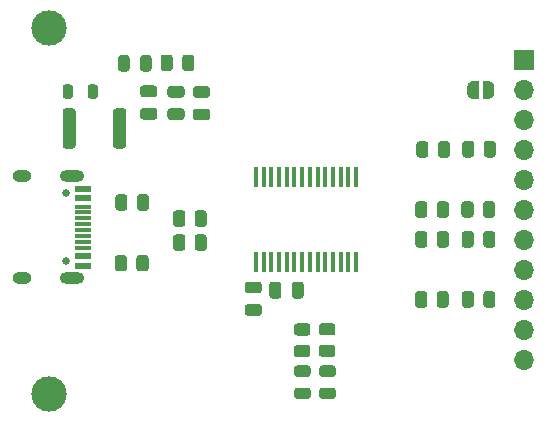
<source format=gbr>
%TF.GenerationSoftware,KiCad,Pcbnew,(5.1.10)-1*%
%TF.CreationDate,2021-09-17T22:01:12+03:00*%
%TF.ProjectId,G800Interface,47383030-496e-4746-9572-666163652e6b,rev?*%
%TF.SameCoordinates,Original*%
%TF.FileFunction,Soldermask,Top*%
%TF.FilePolarity,Negative*%
%FSLAX46Y46*%
G04 Gerber Fmt 4.6, Leading zero omitted, Abs format (unit mm)*
G04 Created by KiCad (PCBNEW (5.1.10)-1) date 2021-09-17 22:01:12*
%MOMM*%
%LPD*%
G01*
G04 APERTURE LIST*
%ADD10R,0.450000X1.750000*%
%ADD11C,0.100000*%
%ADD12R,1.450000X0.600000*%
%ADD13R,1.450000X0.300000*%
%ADD14O,2.100000X1.000000*%
%ADD15C,0.650000*%
%ADD16O,1.600000X1.000000*%
%ADD17O,1.700000X1.700000*%
%ADD18R,1.700000X1.700000*%
%ADD19C,3.000000*%
G04 APERTURE END LIST*
%TO.C,C5*%
G36*
G01*
X104630000Y-91745000D02*
X104630000Y-92695000D01*
G75*
G02*
X104380000Y-92945000I-250000J0D01*
G01*
X103880000Y-92945000D01*
G75*
G02*
X103630000Y-92695000I0J250000D01*
G01*
X103630000Y-91745000D01*
G75*
G02*
X103880000Y-91495000I250000J0D01*
G01*
X104380000Y-91495000D01*
G75*
G02*
X104630000Y-91745000I0J-250000D01*
G01*
G37*
G36*
G01*
X106530000Y-91745000D02*
X106530000Y-92695000D01*
G75*
G02*
X106280000Y-92945000I-250000J0D01*
G01*
X105780000Y-92945000D01*
G75*
G02*
X105530000Y-92695000I0J250000D01*
G01*
X105530000Y-91745000D01*
G75*
G02*
X105780000Y-91495000I250000J0D01*
G01*
X106280000Y-91495000D01*
G75*
G02*
X106530000Y-91745000I0J-250000D01*
G01*
G37*
%TD*%
D10*
%TO.C,U1*%
X110950600Y-89854200D03*
X110300600Y-89854200D03*
X109650600Y-89854200D03*
X109000600Y-89854200D03*
X108350600Y-89854200D03*
X107700600Y-89854200D03*
X107050600Y-89854200D03*
X106400600Y-89854200D03*
X105750600Y-89854200D03*
X105100600Y-89854200D03*
X104450600Y-89854200D03*
X103800600Y-89854200D03*
X103150600Y-89854200D03*
X102500600Y-89854200D03*
X102500600Y-82654200D03*
X103150600Y-82654200D03*
X103800600Y-82654200D03*
X104450600Y-82654200D03*
X105100600Y-82654200D03*
X105750600Y-82654200D03*
X106400600Y-82654200D03*
X107050600Y-82654200D03*
X107700600Y-82654200D03*
X108350600Y-82654200D03*
X109000600Y-82654200D03*
X109650600Y-82654200D03*
X110300600Y-82654200D03*
X110950600Y-82654200D03*
%TD*%
%TO.C,R15*%
G36*
G01*
X106850001Y-96062500D02*
X105949999Y-96062500D01*
G75*
G02*
X105700000Y-95812501I0J249999D01*
G01*
X105700000Y-95287499D01*
G75*
G02*
X105949999Y-95037500I249999J0D01*
G01*
X106850001Y-95037500D01*
G75*
G02*
X107100000Y-95287499I0J-249999D01*
G01*
X107100000Y-95812501D01*
G75*
G02*
X106850001Y-96062500I-249999J0D01*
G01*
G37*
G36*
G01*
X106850001Y-97887500D02*
X105949999Y-97887500D01*
G75*
G02*
X105700000Y-97637501I0J249999D01*
G01*
X105700000Y-97112499D01*
G75*
G02*
X105949999Y-96862500I249999J0D01*
G01*
X106850001Y-96862500D01*
G75*
G02*
X107100000Y-97112499I0J-249999D01*
G01*
X107100000Y-97637501D01*
G75*
G02*
X106850001Y-97887500I-249999J0D01*
G01*
G37*
%TD*%
%TO.C,R14*%
G36*
G01*
X108960001Y-96052500D02*
X108059999Y-96052500D01*
G75*
G02*
X107810000Y-95802501I0J249999D01*
G01*
X107810000Y-95277499D01*
G75*
G02*
X108059999Y-95027500I249999J0D01*
G01*
X108960001Y-95027500D01*
G75*
G02*
X109210000Y-95277499I0J-249999D01*
G01*
X109210000Y-95802501D01*
G75*
G02*
X108960001Y-96052500I-249999J0D01*
G01*
G37*
G36*
G01*
X108960001Y-97877500D02*
X108059999Y-97877500D01*
G75*
G02*
X107810000Y-97627501I0J249999D01*
G01*
X107810000Y-97102499D01*
G75*
G02*
X108059999Y-96852500I249999J0D01*
G01*
X108960001Y-96852500D01*
G75*
G02*
X109210000Y-97102499I0J-249999D01*
G01*
X109210000Y-97627501D01*
G75*
G02*
X108960001Y-97877500I-249999J0D01*
G01*
G37*
%TD*%
%TO.C,R13*%
G36*
G01*
X96242500Y-73419201D02*
X96242500Y-72519199D01*
G75*
G02*
X96492499Y-72269200I249999J0D01*
G01*
X97017501Y-72269200D01*
G75*
G02*
X97267500Y-72519199I0J-249999D01*
G01*
X97267500Y-73419201D01*
G75*
G02*
X97017501Y-73669200I-249999J0D01*
G01*
X96492499Y-73669200D01*
G75*
G02*
X96242500Y-73419201I0J249999D01*
G01*
G37*
G36*
G01*
X94417500Y-73419201D02*
X94417500Y-72519199D01*
G75*
G02*
X94667499Y-72269200I249999J0D01*
G01*
X95192501Y-72269200D01*
G75*
G02*
X95442500Y-72519199I0J-249999D01*
G01*
X95442500Y-73419201D01*
G75*
G02*
X95192501Y-73669200I-249999J0D01*
G01*
X94667499Y-73669200D01*
G75*
G02*
X94417500Y-73419201I0J249999D01*
G01*
G37*
%TD*%
%TO.C,R12*%
G36*
G01*
X120972500Y-79839999D02*
X120972500Y-80740001D01*
G75*
G02*
X120722501Y-80990000I-249999J0D01*
G01*
X120197499Y-80990000D01*
G75*
G02*
X119947500Y-80740001I0J249999D01*
G01*
X119947500Y-79839999D01*
G75*
G02*
X120197499Y-79590000I249999J0D01*
G01*
X120722501Y-79590000D01*
G75*
G02*
X120972500Y-79839999I0J-249999D01*
G01*
G37*
G36*
G01*
X122797500Y-79839999D02*
X122797500Y-80740001D01*
G75*
G02*
X122547501Y-80990000I-249999J0D01*
G01*
X122022499Y-80990000D01*
G75*
G02*
X121772500Y-80740001I0J249999D01*
G01*
X121772500Y-79839999D01*
G75*
G02*
X122022499Y-79590000I249999J0D01*
G01*
X122547501Y-79590000D01*
G75*
G02*
X122797500Y-79839999I0J-249999D01*
G01*
G37*
%TD*%
%TO.C,R11*%
G36*
G01*
X120942500Y-92549999D02*
X120942500Y-93450001D01*
G75*
G02*
X120692501Y-93700000I-249999J0D01*
G01*
X120167499Y-93700000D01*
G75*
G02*
X119917500Y-93450001I0J249999D01*
G01*
X119917500Y-92549999D01*
G75*
G02*
X120167499Y-92300000I249999J0D01*
G01*
X120692501Y-92300000D01*
G75*
G02*
X120942500Y-92549999I0J-249999D01*
G01*
G37*
G36*
G01*
X122767500Y-92549999D02*
X122767500Y-93450001D01*
G75*
G02*
X122517501Y-93700000I-249999J0D01*
G01*
X121992499Y-93700000D01*
G75*
G02*
X121742500Y-93450001I0J249999D01*
G01*
X121742500Y-92549999D01*
G75*
G02*
X121992499Y-92300000I249999J0D01*
G01*
X122517501Y-92300000D01*
G75*
G02*
X122767500Y-92549999I0J-249999D01*
G01*
G37*
%TD*%
%TO.C,R10*%
G36*
G01*
X120930000Y-87469999D02*
X120930000Y-88370001D01*
G75*
G02*
X120680001Y-88620000I-249999J0D01*
G01*
X120154999Y-88620000D01*
G75*
G02*
X119905000Y-88370001I0J249999D01*
G01*
X119905000Y-87469999D01*
G75*
G02*
X120154999Y-87220000I249999J0D01*
G01*
X120680001Y-87220000D01*
G75*
G02*
X120930000Y-87469999I0J-249999D01*
G01*
G37*
G36*
G01*
X122755000Y-87469999D02*
X122755000Y-88370001D01*
G75*
G02*
X122505001Y-88620000I-249999J0D01*
G01*
X121979999Y-88620000D01*
G75*
G02*
X121730000Y-88370001I0J249999D01*
G01*
X121730000Y-87469999D01*
G75*
G02*
X121979999Y-87220000I249999J0D01*
G01*
X122505001Y-87220000D01*
G75*
G02*
X122755000Y-87469999I0J-249999D01*
G01*
G37*
%TD*%
%TO.C,R9*%
G36*
G01*
X120912500Y-84939999D02*
X120912500Y-85840001D01*
G75*
G02*
X120662501Y-86090000I-249999J0D01*
G01*
X120137499Y-86090000D01*
G75*
G02*
X119887500Y-85840001I0J249999D01*
G01*
X119887500Y-84939999D01*
G75*
G02*
X120137499Y-84690000I249999J0D01*
G01*
X120662501Y-84690000D01*
G75*
G02*
X120912500Y-84939999I0J-249999D01*
G01*
G37*
G36*
G01*
X122737500Y-84939999D02*
X122737500Y-85840001D01*
G75*
G02*
X122487501Y-86090000I-249999J0D01*
G01*
X121962499Y-86090000D01*
G75*
G02*
X121712500Y-85840001I0J249999D01*
G01*
X121712500Y-84939999D01*
G75*
G02*
X121962499Y-84690000I249999J0D01*
G01*
X122487501Y-84690000D01*
G75*
G02*
X122737500Y-84939999I0J-249999D01*
G01*
G37*
%TD*%
%TO.C,R8*%
G36*
G01*
X96499100Y-87738799D02*
X96499100Y-88638801D01*
G75*
G02*
X96249101Y-88888800I-249999J0D01*
G01*
X95724099Y-88888800D01*
G75*
G02*
X95474100Y-88638801I0J249999D01*
G01*
X95474100Y-87738799D01*
G75*
G02*
X95724099Y-87488800I249999J0D01*
G01*
X96249101Y-87488800D01*
G75*
G02*
X96499100Y-87738799I0J-249999D01*
G01*
G37*
G36*
G01*
X98324100Y-87738799D02*
X98324100Y-88638801D01*
G75*
G02*
X98074101Y-88888800I-249999J0D01*
G01*
X97549099Y-88888800D01*
G75*
G02*
X97299100Y-88638801I0J249999D01*
G01*
X97299100Y-87738799D01*
G75*
G02*
X97549099Y-87488800I249999J0D01*
G01*
X98074101Y-87488800D01*
G75*
G02*
X98324100Y-87738799I0J-249999D01*
G01*
G37*
%TD*%
%TO.C,R7*%
G36*
G01*
X91600000Y-84349999D02*
X91600000Y-85250001D01*
G75*
G02*
X91350001Y-85500000I-249999J0D01*
G01*
X90824999Y-85500000D01*
G75*
G02*
X90575000Y-85250001I0J249999D01*
G01*
X90575000Y-84349999D01*
G75*
G02*
X90824999Y-84100000I249999J0D01*
G01*
X91350001Y-84100000D01*
G75*
G02*
X91600000Y-84349999I0J-249999D01*
G01*
G37*
G36*
G01*
X93425000Y-84349999D02*
X93425000Y-85250001D01*
G75*
G02*
X93175001Y-85500000I-249999J0D01*
G01*
X92649999Y-85500000D01*
G75*
G02*
X92400000Y-85250001I0J249999D01*
G01*
X92400000Y-84349999D01*
G75*
G02*
X92649999Y-84100000I249999J0D01*
G01*
X93175001Y-84100000D01*
G75*
G02*
X93425000Y-84349999I0J-249999D01*
G01*
G37*
%TD*%
%TO.C,R6*%
G36*
G01*
X91570000Y-89489999D02*
X91570000Y-90390001D01*
G75*
G02*
X91320001Y-90640000I-249999J0D01*
G01*
X90794999Y-90640000D01*
G75*
G02*
X90545000Y-90390001I0J249999D01*
G01*
X90545000Y-89489999D01*
G75*
G02*
X90794999Y-89240000I249999J0D01*
G01*
X91320001Y-89240000D01*
G75*
G02*
X91570000Y-89489999I0J-249999D01*
G01*
G37*
G36*
G01*
X93395000Y-89489999D02*
X93395000Y-90390001D01*
G75*
G02*
X93145001Y-90640000I-249999J0D01*
G01*
X92619999Y-90640000D01*
G75*
G02*
X92370000Y-90390001I0J249999D01*
G01*
X92370000Y-89489999D01*
G75*
G02*
X92619999Y-89240000I249999J0D01*
G01*
X93145001Y-89240000D01*
G75*
G02*
X93395000Y-89489999I0J-249999D01*
G01*
G37*
%TD*%
%TO.C,R5*%
G36*
G01*
X96499100Y-85706799D02*
X96499100Y-86606801D01*
G75*
G02*
X96249101Y-86856800I-249999J0D01*
G01*
X95724099Y-86856800D01*
G75*
G02*
X95474100Y-86606801I0J249999D01*
G01*
X95474100Y-85706799D01*
G75*
G02*
X95724099Y-85456800I249999J0D01*
G01*
X96249101Y-85456800D01*
G75*
G02*
X96499100Y-85706799I0J-249999D01*
G01*
G37*
G36*
G01*
X98324100Y-85706799D02*
X98324100Y-86606801D01*
G75*
G02*
X98074101Y-86856800I-249999J0D01*
G01*
X97549099Y-86856800D01*
G75*
G02*
X97299100Y-86606801I0J249999D01*
G01*
X97299100Y-85706799D01*
G75*
G02*
X97549099Y-85456800I249999J0D01*
G01*
X98074101Y-85456800D01*
G75*
G02*
X98324100Y-85706799I0J-249999D01*
G01*
G37*
%TD*%
%TO.C,R4*%
G36*
G01*
X117087500Y-79859999D02*
X117087500Y-80760001D01*
G75*
G02*
X116837501Y-81010000I-249999J0D01*
G01*
X116312499Y-81010000D01*
G75*
G02*
X116062500Y-80760001I0J249999D01*
G01*
X116062500Y-79859999D01*
G75*
G02*
X116312499Y-79610000I249999J0D01*
G01*
X116837501Y-79610000D01*
G75*
G02*
X117087500Y-79859999I0J-249999D01*
G01*
G37*
G36*
G01*
X118912500Y-79859999D02*
X118912500Y-80760001D01*
G75*
G02*
X118662501Y-81010000I-249999J0D01*
G01*
X118137499Y-81010000D01*
G75*
G02*
X117887500Y-80760001I0J249999D01*
G01*
X117887500Y-79859999D01*
G75*
G02*
X118137499Y-79610000I249999J0D01*
G01*
X118662501Y-79610000D01*
G75*
G02*
X118912500Y-79859999I0J-249999D01*
G01*
G37*
%TD*%
%TO.C,R3*%
G36*
G01*
X116987500Y-92559999D02*
X116987500Y-93460001D01*
G75*
G02*
X116737501Y-93710000I-249999J0D01*
G01*
X116212499Y-93710000D01*
G75*
G02*
X115962500Y-93460001I0J249999D01*
G01*
X115962500Y-92559999D01*
G75*
G02*
X116212499Y-92310000I249999J0D01*
G01*
X116737501Y-92310000D01*
G75*
G02*
X116987500Y-92559999I0J-249999D01*
G01*
G37*
G36*
G01*
X118812500Y-92559999D02*
X118812500Y-93460001D01*
G75*
G02*
X118562501Y-93710000I-249999J0D01*
G01*
X118037499Y-93710000D01*
G75*
G02*
X117787500Y-93460001I0J249999D01*
G01*
X117787500Y-92559999D01*
G75*
G02*
X118037499Y-92310000I249999J0D01*
G01*
X118562501Y-92310000D01*
G75*
G02*
X118812500Y-92559999I0J-249999D01*
G01*
G37*
%TD*%
%TO.C,R2*%
G36*
G01*
X116997500Y-87469999D02*
X116997500Y-88370001D01*
G75*
G02*
X116747501Y-88620000I-249999J0D01*
G01*
X116222499Y-88620000D01*
G75*
G02*
X115972500Y-88370001I0J249999D01*
G01*
X115972500Y-87469999D01*
G75*
G02*
X116222499Y-87220000I249999J0D01*
G01*
X116747501Y-87220000D01*
G75*
G02*
X116997500Y-87469999I0J-249999D01*
G01*
G37*
G36*
G01*
X118822500Y-87469999D02*
X118822500Y-88370001D01*
G75*
G02*
X118572501Y-88620000I-249999J0D01*
G01*
X118047499Y-88620000D01*
G75*
G02*
X117797500Y-88370001I0J249999D01*
G01*
X117797500Y-87469999D01*
G75*
G02*
X118047499Y-87220000I249999J0D01*
G01*
X118572501Y-87220000D01*
G75*
G02*
X118822500Y-87469999I0J-249999D01*
G01*
G37*
%TD*%
%TO.C,R1*%
G36*
G01*
X116997500Y-84949999D02*
X116997500Y-85850001D01*
G75*
G02*
X116747501Y-86100000I-249999J0D01*
G01*
X116222499Y-86100000D01*
G75*
G02*
X115972500Y-85850001I0J249999D01*
G01*
X115972500Y-84949999D01*
G75*
G02*
X116222499Y-84700000I249999J0D01*
G01*
X116747501Y-84700000D01*
G75*
G02*
X116997500Y-84949999I0J-249999D01*
G01*
G37*
G36*
G01*
X118822500Y-84949999D02*
X118822500Y-85850001D01*
G75*
G02*
X118572501Y-86100000I-249999J0D01*
G01*
X118047499Y-86100000D01*
G75*
G02*
X117797500Y-85850001I0J249999D01*
G01*
X117797500Y-84949999D01*
G75*
G02*
X118047499Y-84700000I249999J0D01*
G01*
X118572501Y-84700000D01*
G75*
G02*
X118822500Y-84949999I0J-249999D01*
G01*
G37*
%TD*%
D11*
%TO.C,JP1*%
G36*
X122170000Y-74520602D02*
G01*
X122194534Y-74520602D01*
X122243365Y-74525412D01*
X122291490Y-74534984D01*
X122338445Y-74549228D01*
X122383778Y-74568005D01*
X122427051Y-74591136D01*
X122467850Y-74618396D01*
X122505779Y-74649524D01*
X122540476Y-74684221D01*
X122571604Y-74722150D01*
X122598864Y-74762949D01*
X122621995Y-74806222D01*
X122640772Y-74851555D01*
X122655016Y-74898510D01*
X122664588Y-74946635D01*
X122669398Y-74995466D01*
X122669398Y-75020000D01*
X122670000Y-75020000D01*
X122670000Y-75520000D01*
X122669398Y-75520000D01*
X122669398Y-75544534D01*
X122664588Y-75593365D01*
X122655016Y-75641490D01*
X122640772Y-75688445D01*
X122621995Y-75733778D01*
X122598864Y-75777051D01*
X122571604Y-75817850D01*
X122540476Y-75855779D01*
X122505779Y-75890476D01*
X122467850Y-75921604D01*
X122427051Y-75948864D01*
X122383778Y-75971995D01*
X122338445Y-75990772D01*
X122291490Y-76005016D01*
X122243365Y-76014588D01*
X122194534Y-76019398D01*
X122170000Y-76019398D01*
X122170000Y-76020000D01*
X121670000Y-76020000D01*
X121670000Y-74520000D01*
X122170000Y-74520000D01*
X122170000Y-74520602D01*
G37*
G36*
X121370000Y-76020000D02*
G01*
X120870000Y-76020000D01*
X120870000Y-76019398D01*
X120845466Y-76019398D01*
X120796635Y-76014588D01*
X120748510Y-76005016D01*
X120701555Y-75990772D01*
X120656222Y-75971995D01*
X120612949Y-75948864D01*
X120572150Y-75921604D01*
X120534221Y-75890476D01*
X120499524Y-75855779D01*
X120468396Y-75817850D01*
X120441136Y-75777051D01*
X120418005Y-75733778D01*
X120399228Y-75688445D01*
X120384984Y-75641490D01*
X120375412Y-75593365D01*
X120370602Y-75544534D01*
X120370602Y-75520000D01*
X120370000Y-75520000D01*
X120370000Y-75020000D01*
X120370602Y-75020000D01*
X120370602Y-74995466D01*
X120375412Y-74946635D01*
X120384984Y-74898510D01*
X120399228Y-74851555D01*
X120418005Y-74806222D01*
X120441136Y-74762949D01*
X120468396Y-74722150D01*
X120499524Y-74684221D01*
X120534221Y-74649524D01*
X120572150Y-74618396D01*
X120612949Y-74591136D01*
X120656222Y-74568005D01*
X120701555Y-74549228D01*
X120748510Y-74534984D01*
X120796635Y-74525412D01*
X120845466Y-74520602D01*
X120870000Y-74520602D01*
X120870000Y-74520000D01*
X121370000Y-74520000D01*
X121370000Y-76020000D01*
G37*
%TD*%
D12*
%TO.C,J2*%
X87814200Y-90143400D03*
X87814200Y-89343400D03*
X87814200Y-84443400D03*
X87814200Y-83643400D03*
X87814200Y-83643400D03*
X87814200Y-84443400D03*
X87814200Y-89343400D03*
X87814200Y-90143400D03*
D13*
X87814200Y-85143400D03*
X87814200Y-85643400D03*
X87814200Y-86143400D03*
X87814200Y-87143400D03*
X87814200Y-87643400D03*
X87814200Y-88143400D03*
X87814200Y-88643400D03*
X87814200Y-86643400D03*
D14*
X86899200Y-91213400D03*
X86899200Y-82573400D03*
D15*
X86369200Y-84003400D03*
D16*
X82719200Y-82573400D03*
D15*
X86369200Y-89783400D03*
D16*
X82719200Y-91213400D03*
%TD*%
D17*
%TO.C,J1*%
X125148800Y-98093000D03*
X125148800Y-95553000D03*
X125148800Y-93013000D03*
X125148800Y-90473000D03*
X125148800Y-87933000D03*
X125148800Y-85393000D03*
X125148800Y-82853000D03*
X125148800Y-80313000D03*
X125148800Y-77773000D03*
X125148800Y-75233000D03*
D18*
X125148800Y-72693000D03*
%TD*%
D19*
%TO.C,H2*%
X85000000Y-70000000D03*
%TD*%
%TO.C,H1*%
X85000000Y-101000000D03*
%TD*%
%TO.C,FB1*%
G36*
G01*
X86989800Y-75026350D02*
X86989800Y-75788850D01*
G75*
G02*
X86771050Y-76007600I-218750J0D01*
G01*
X86333550Y-76007600D01*
G75*
G02*
X86114800Y-75788850I0J218750D01*
G01*
X86114800Y-75026350D01*
G75*
G02*
X86333550Y-74807600I218750J0D01*
G01*
X86771050Y-74807600D01*
G75*
G02*
X86989800Y-75026350I0J-218750D01*
G01*
G37*
G36*
G01*
X89114800Y-75026350D02*
X89114800Y-75788850D01*
G75*
G02*
X88896050Y-76007600I-218750J0D01*
G01*
X88458550Y-76007600D01*
G75*
G02*
X88239800Y-75788850I0J218750D01*
G01*
X88239800Y-75026350D01*
G75*
G02*
X88458550Y-74807600I218750J0D01*
G01*
X88896050Y-74807600D01*
G75*
G02*
X89114800Y-75026350I0J-218750D01*
G01*
G37*
%TD*%
%TO.C,F1*%
G36*
G01*
X90383600Y-79981801D02*
X90383600Y-77081799D01*
G75*
G02*
X90633599Y-76831800I249999J0D01*
G01*
X91258601Y-76831800D01*
G75*
G02*
X91508600Y-77081799I0J-249999D01*
G01*
X91508600Y-79981801D01*
G75*
G02*
X91258601Y-80231800I-249999J0D01*
G01*
X90633599Y-80231800D01*
G75*
G02*
X90383600Y-79981801I0J249999D01*
G01*
G37*
G36*
G01*
X86108600Y-79981801D02*
X86108600Y-77081799D01*
G75*
G02*
X86358599Y-76831800I249999J0D01*
G01*
X86983601Y-76831800D01*
G75*
G02*
X87233600Y-77081799I0J-249999D01*
G01*
X87233600Y-79981801D01*
G75*
G02*
X86983601Y-80231800I-249999J0D01*
G01*
X86358599Y-80231800D01*
G75*
G02*
X86108600Y-79981801I0J249999D01*
G01*
G37*
%TD*%
%TO.C,D3*%
G36*
G01*
X105963750Y-100467500D02*
X106876250Y-100467500D01*
G75*
G02*
X107120000Y-100711250I0J-243750D01*
G01*
X107120000Y-101198750D01*
G75*
G02*
X106876250Y-101442500I-243750J0D01*
G01*
X105963750Y-101442500D01*
G75*
G02*
X105720000Y-101198750I0J243750D01*
G01*
X105720000Y-100711250D01*
G75*
G02*
X105963750Y-100467500I243750J0D01*
G01*
G37*
G36*
G01*
X105963750Y-98592500D02*
X106876250Y-98592500D01*
G75*
G02*
X107120000Y-98836250I0J-243750D01*
G01*
X107120000Y-99323750D01*
G75*
G02*
X106876250Y-99567500I-243750J0D01*
G01*
X105963750Y-99567500D01*
G75*
G02*
X105720000Y-99323750I0J243750D01*
G01*
X105720000Y-98836250D01*
G75*
G02*
X105963750Y-98592500I243750J0D01*
G01*
G37*
%TD*%
%TO.C,D2*%
G36*
G01*
X108093750Y-100470000D02*
X109006250Y-100470000D01*
G75*
G02*
X109250000Y-100713750I0J-243750D01*
G01*
X109250000Y-101201250D01*
G75*
G02*
X109006250Y-101445000I-243750J0D01*
G01*
X108093750Y-101445000D01*
G75*
G02*
X107850000Y-101201250I0J243750D01*
G01*
X107850000Y-100713750D01*
G75*
G02*
X108093750Y-100470000I243750J0D01*
G01*
G37*
G36*
G01*
X108093750Y-98595000D02*
X109006250Y-98595000D01*
G75*
G02*
X109250000Y-98838750I0J-243750D01*
G01*
X109250000Y-99326250D01*
G75*
G02*
X109006250Y-99570000I-243750J0D01*
G01*
X108093750Y-99570000D01*
G75*
G02*
X107850000Y-99326250I0J243750D01*
G01*
X107850000Y-98838750D01*
G75*
G02*
X108093750Y-98595000I243750J0D01*
G01*
G37*
%TD*%
%TO.C,D1*%
G36*
G01*
X91785300Y-72563750D02*
X91785300Y-73476250D01*
G75*
G02*
X91541550Y-73720000I-243750J0D01*
G01*
X91054050Y-73720000D01*
G75*
G02*
X90810300Y-73476250I0J243750D01*
G01*
X90810300Y-72563750D01*
G75*
G02*
X91054050Y-72320000I243750J0D01*
G01*
X91541550Y-72320000D01*
G75*
G02*
X91785300Y-72563750I0J-243750D01*
G01*
G37*
G36*
G01*
X93660300Y-72563750D02*
X93660300Y-73476250D01*
G75*
G02*
X93416550Y-73720000I-243750J0D01*
G01*
X92929050Y-73720000D01*
G75*
G02*
X92685300Y-73476250I0J243750D01*
G01*
X92685300Y-72563750D01*
G75*
G02*
X92929050Y-72320000I243750J0D01*
G01*
X93416550Y-72320000D01*
G75*
G02*
X93660300Y-72563750I0J-243750D01*
G01*
G37*
%TD*%
%TO.C,C4*%
G36*
G01*
X101785000Y-93400000D02*
X102735000Y-93400000D01*
G75*
G02*
X102985000Y-93650000I0J-250000D01*
G01*
X102985000Y-94150000D01*
G75*
G02*
X102735000Y-94400000I-250000J0D01*
G01*
X101785000Y-94400000D01*
G75*
G02*
X101535000Y-94150000I0J250000D01*
G01*
X101535000Y-93650000D01*
G75*
G02*
X101785000Y-93400000I250000J0D01*
G01*
G37*
G36*
G01*
X101785000Y-91500000D02*
X102735000Y-91500000D01*
G75*
G02*
X102985000Y-91750000I0J-250000D01*
G01*
X102985000Y-92250000D01*
G75*
G02*
X102735000Y-92500000I-250000J0D01*
G01*
X101785000Y-92500000D01*
G75*
G02*
X101535000Y-92250000I0J250000D01*
G01*
X101535000Y-91750000D01*
G75*
G02*
X101785000Y-91500000I250000J0D01*
G01*
G37*
%TD*%
%TO.C,C3*%
G36*
G01*
X95242400Y-76822800D02*
X96192400Y-76822800D01*
G75*
G02*
X96442400Y-77072800I0J-250000D01*
G01*
X96442400Y-77572800D01*
G75*
G02*
X96192400Y-77822800I-250000J0D01*
G01*
X95242400Y-77822800D01*
G75*
G02*
X94992400Y-77572800I0J250000D01*
G01*
X94992400Y-77072800D01*
G75*
G02*
X95242400Y-76822800I250000J0D01*
G01*
G37*
G36*
G01*
X95242400Y-74922800D02*
X96192400Y-74922800D01*
G75*
G02*
X96442400Y-75172800I0J-250000D01*
G01*
X96442400Y-75672800D01*
G75*
G02*
X96192400Y-75922800I-250000J0D01*
G01*
X95242400Y-75922800D01*
G75*
G02*
X94992400Y-75672800I0J250000D01*
G01*
X94992400Y-75172800D01*
G75*
G02*
X95242400Y-74922800I250000J0D01*
G01*
G37*
%TD*%
%TO.C,C2*%
G36*
G01*
X97401400Y-76848200D02*
X98351400Y-76848200D01*
G75*
G02*
X98601400Y-77098200I0J-250000D01*
G01*
X98601400Y-77598200D01*
G75*
G02*
X98351400Y-77848200I-250000J0D01*
G01*
X97401400Y-77848200D01*
G75*
G02*
X97151400Y-77598200I0J250000D01*
G01*
X97151400Y-77098200D01*
G75*
G02*
X97401400Y-76848200I250000J0D01*
G01*
G37*
G36*
G01*
X97401400Y-74948200D02*
X98351400Y-74948200D01*
G75*
G02*
X98601400Y-75198200I0J-250000D01*
G01*
X98601400Y-75698200D01*
G75*
G02*
X98351400Y-75948200I-250000J0D01*
G01*
X97401400Y-75948200D01*
G75*
G02*
X97151400Y-75698200I0J250000D01*
G01*
X97151400Y-75198200D01*
G75*
G02*
X97401400Y-74948200I250000J0D01*
G01*
G37*
%TD*%
%TO.C,C1*%
G36*
G01*
X92931000Y-76787200D02*
X93881000Y-76787200D01*
G75*
G02*
X94131000Y-77037200I0J-250000D01*
G01*
X94131000Y-77537200D01*
G75*
G02*
X93881000Y-77787200I-250000J0D01*
G01*
X92931000Y-77787200D01*
G75*
G02*
X92681000Y-77537200I0J250000D01*
G01*
X92681000Y-77037200D01*
G75*
G02*
X92931000Y-76787200I250000J0D01*
G01*
G37*
G36*
G01*
X92931000Y-74887200D02*
X93881000Y-74887200D01*
G75*
G02*
X94131000Y-75137200I0J-250000D01*
G01*
X94131000Y-75637200D01*
G75*
G02*
X93881000Y-75887200I-250000J0D01*
G01*
X92931000Y-75887200D01*
G75*
G02*
X92681000Y-75637200I0J250000D01*
G01*
X92681000Y-75137200D01*
G75*
G02*
X92931000Y-74887200I250000J0D01*
G01*
G37*
%TD*%
M02*

</source>
